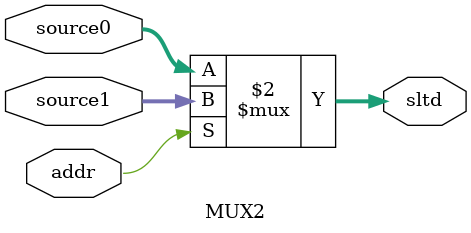
<source format=v>
module MUX2(
    input [31:0] source0, 
    input [31:0] source1,
    input addr, 
    output [31:0] sltd
    );
    assign sltd = ( addr == 1'b1 ) ? source1 : source0;
endmodule
</source>
